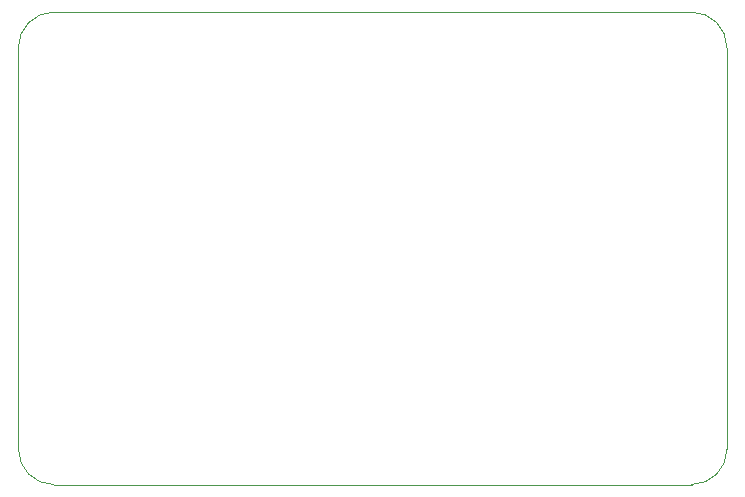
<source format=gbr>
%TF.GenerationSoftware,KiCad,Pcbnew,(6.0.2)*%
%TF.CreationDate,2022-09-18T20:27:38+02:00*%
%TF.ProjectId,8-4GHzDSN_V2,382d3447-487a-4445-934e-5f56322e6b69,rev?*%
%TF.SameCoordinates,Original*%
%TF.FileFunction,Profile,NP*%
%FSLAX46Y46*%
G04 Gerber Fmt 4.6, Leading zero omitted, Abs format (unit mm)*
G04 Created by KiCad (PCBNEW (6.0.2)) date 2022-09-18 20:27:38*
%MOMM*%
%LPD*%
G01*
G04 APERTURE LIST*
%TA.AperFunction,Profile*%
%ADD10C,0.100000*%
%TD*%
G04 APERTURE END LIST*
D10*
X157000000Y-140000000D02*
X103000000Y-140000000D01*
X100000000Y-137000000D02*
X100000000Y-103000000D01*
X103000000Y-100000000D02*
X157000000Y-100000000D01*
X157000000Y-140000000D02*
G75*
G03*
X160000000Y-137000000I-1J3000001D01*
G01*
X160000000Y-103000000D02*
X160000000Y-137000000D01*
X160000000Y-103000000D02*
G75*
G03*
X157000000Y-100000000I-3000001J-1D01*
G01*
X100000000Y-137000000D02*
G75*
G03*
X103000000Y-140000000I3000001J1D01*
G01*
X103000000Y-100000000D02*
G75*
G03*
X100000000Y-103000000I1J-3000001D01*
G01*
M02*

</source>
